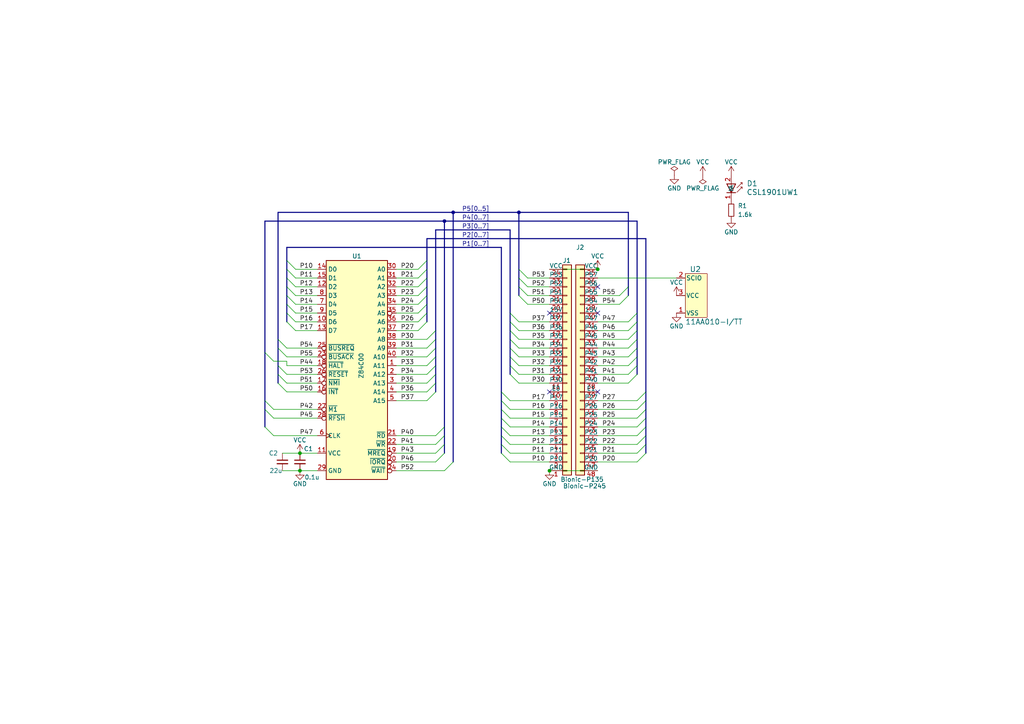
<source format=kicad_sch>
(kicad_sch (version 20230121) (generator eeschema)
  (paper "A4")
  (title_block (title "BionicZ80") (date "2024-05-25") (rev "2") (company "Tadashi G. Takaoka"))
  (lib_symbols
    (symbol "0-LocalLibrary:11AA010-I_TT" (pin_names (offset 0.254))
      (property "Reference" "U" (at 2.54 1.27 0))
      (property "Value" "11AA010-I/TT" (at 3.81 -13.97 0))
      (symbol "11AA010-I_TT_1_1"
        (rectangle (start 0 0) (end 6.35 -12.7) (fill (type background)))
        (pin power_in line (at -2.54 -11.43 0) (length 2.54) (name "VSS") (number "1"))
        (pin bidirectional line (at -2.54 -1.27 0) (length 2.54) (name "SCIO") (number "2"))
        (pin power_in line (at -2.54 -6.35 0) (length 2.54) (name "VCC") (number "3"))
      )
    )
    (symbol "0-LocalLibrary:Bionic-P135" (pin_names (offset 0))
      (property "Reference" "J" (at 0 30.48 0))
      (property "Value" "Bionic-P135" (at -1.27 -33.02 0))
      (symbol "Bionic-P135_1_1"
        (rectangle (start 0 -30.353) (end -1.27 -30.607) (stroke (width 0.1524)))
        (rectangle (start 0 -27.813) (end -1.27 -28.067) (stroke (width 0.1524)))
        (rectangle (start 0 -25.273) (end -1.27 -25.527) (stroke (width 0.1524)))
        (rectangle (start 0 -22.733) (end -1.27 -22.987) (stroke (width 0.1524)))
        (rectangle (start 0 -20.193) (end -1.27 -20.447) (stroke (width 0.1524)))
        (rectangle (start 0 -17.653) (end -1.27 -17.907) (stroke (width 0.1524)))
        (rectangle (start 0 -15.113) (end -1.27 -15.367) (stroke (width 0.1524)))
        (rectangle (start 0 -12.573) (end -1.27 -12.827) (stroke (width 0.1524)))
        (rectangle (start 0 -10.033) (end -1.27 -10.287) (stroke (width 0.1524)))
        (rectangle (start 0 -7.493) (end -1.27 -7.747) (stroke (width 0.1524)))
        (rectangle (start 0 -4.953) (end -1.27 -5.207) (stroke (width 0.1524)))
        (rectangle (start 0 -2.413) (end -1.27 -2.667) (stroke (width 0.1524)))
        (rectangle (start 0 0.127) (end -1.27 -0.127) (stroke (width 0.1524)))
        (rectangle (start 0 2.667) (end -1.27 2.413) (stroke (width 0.1524)))
        (rectangle (start 0 5.207) (end -1.27 4.953) (stroke (width 0.1524)))
        (rectangle (start 0 7.747) (end -1.27 7.493) (stroke (width 0.1524)))
        (rectangle (start 0 10.287) (end -1.27 10.033) (stroke (width 0.1524)))
        (rectangle (start 0 12.827) (end -1.27 12.573) (stroke (width 0.1524)))
        (rectangle (start 0 15.367) (end -1.27 15.113) (stroke (width 0.1524)))
        (rectangle (start 0 17.907) (end -1.27 17.653) (stroke (width 0.1524)))
        (rectangle (start 0 20.447) (end -1.27 20.193) (stroke (width 0.1524)))
        (rectangle (start 0 22.987) (end -1.27 22.733) (stroke (width 0.1524)))
        (rectangle (start 0 25.527) (end -1.27 25.273) (stroke (width 0.1524)))
        (rectangle (start 0 28.067) (end -1.27 27.813) (stroke (width 0.1524)))
        (rectangle (start 1.27 29.21) (end -1.27 -31.75) (stroke (width 0.254)) (fill (type background)))
        (pin power_in line (at -5.08 -30.48 0) (length 3.81) (name "GND") (number "1"))
        (pin bidirectional line (at -5.08 -7.62 0) (length 3.81) (name "E0") (number "10"))
        (pin bidirectional line (at -5.08 -5.08 0) (length 3.81) (name "P30") (number "11"))
        (pin bidirectional line (at -5.08 -2.54 0) (length 3.81) (name "P31") (number "12"))
        (pin bidirectional line (at -5.08 0 0) (length 3.81) (name "P32") (number "13"))
        (pin bidirectional line (at -5.08 2.54 0) (length 3.81) (name "P33") (number "14"))
        (pin bidirectional line (at -5.08 5.08 0) (length 3.81) (name "P34") (number "15"))
        (pin bidirectional line (at -5.08 7.62 0) (length 3.81) (name "P35") (number "16"))
        (pin bidirectional line (at -5.08 10.16 0) (length 3.81) (name "P36") (number "17"))
        (pin bidirectional line (at -5.08 12.7 0) (length 3.81) (name "P37") (number "18"))
        (pin power_in line (at -5.08 15.24 0) (length 3.81) (name "15V") (number "19"))
        (pin bidirectional line (at -5.08 -27.94 0) (length 3.81) (name "P10") (number "2"))
        (pin bidirectional line (at -5.08 17.78 0) (length 3.81) (name "P50") (number "20"))
        (pin bidirectional line (at -5.08 20.32 0) (length 3.81) (name "P51") (number "21"))
        (pin bidirectional line (at -5.08 22.86 0) (length 3.81) (name "P52") (number "22"))
        (pin bidirectional line (at -5.08 25.4 0) (length 3.81) (name "P53") (number "23"))
        (pin power_in line (at -5.08 27.94 0) (length 3.81) (name "VCC") (number "24"))
        (pin bidirectional line (at -5.08 -25.4 0) (length 3.81) (name "P11") (number "3"))
        (pin bidirectional line (at -5.08 -22.86 0) (length 3.81) (name "P12") (number "4"))
        (pin bidirectional line (at -5.08 -20.32 0) (length 3.81) (name "P13") (number "5"))
        (pin bidirectional line (at -5.08 -17.78 0) (length 3.81) (name "P14") (number "6"))
        (pin bidirectional line (at -5.08 -15.24 0) (length 3.81) (name "P15") (number "7"))
        (pin bidirectional line (at -5.08 -12.7 0) (length 3.81) (name "P16") (number "8"))
        (pin bidirectional line (at -5.08 -10.16 0) (length 3.81) (name "P17") (number "9"))
      )
    )
    (symbol "0-LocalLibrary:Bionic-P245" (pin_names (offset 0))
      (property "Reference" "J" (at -3.81 30.48 0))
      (property "Value" "Bionic-P245" (at -1.27 -33.02 0))
      (symbol "Bionic-P245_1_1"
        (rectangle (start -2.54 -30.607) (end -3.81 -30.353) (stroke (width 0.1524)))
        (rectangle (start -2.54 -28.067) (end -3.81 -27.813) (stroke (width 0.1524)))
        (rectangle (start -2.54 -25.527) (end -3.81 -25.273) (stroke (width 0.1524)))
        (rectangle (start -2.54 -22.987) (end -3.81 -22.733) (stroke (width 0.1524)))
        (rectangle (start -2.54 -20.447) (end -3.81 -20.193) (stroke (width 0.1524)))
        (rectangle (start -2.54 -17.907) (end -3.81 -17.653) (stroke (width 0.1524)))
        (rectangle (start -2.54 -15.367) (end -3.81 -15.113) (stroke (width 0.1524)))
        (rectangle (start -2.54 -12.827) (end -3.81 -12.573) (stroke (width 0.1524)))
        (rectangle (start -2.54 -10.287) (end -3.81 -10.033) (stroke (width 0.1524)))
        (rectangle (start -2.54 -7.747) (end -3.81 -7.493) (stroke (width 0.1524)))
        (rectangle (start -2.54 -5.207) (end -3.81 -4.953) (stroke (width 0.1524)))
        (rectangle (start -2.54 -2.667) (end -3.81 -2.413) (stroke (width 0.1524)))
        (rectangle (start -2.54 -0.127) (end -3.81 0.127) (stroke (width 0.1524)))
        (rectangle (start -2.54 2.413) (end -3.81 2.667) (stroke (width 0.1524)))
        (rectangle (start -2.54 4.953) (end -3.81 5.207) (stroke (width 0.1524)))
        (rectangle (start -2.54 7.493) (end -3.81 7.747) (stroke (width 0.1524)))
        (rectangle (start -2.54 10.033) (end -3.81 10.287) (stroke (width 0.1524)))
        (rectangle (start -2.54 12.573) (end -3.81 12.827) (stroke (width 0.1524)))
        (rectangle (start -2.54 15.113) (end -3.81 15.367) (stroke (width 0.1524)))
        (rectangle (start -2.54 17.653) (end -3.81 17.907) (stroke (width 0.1524)))
        (rectangle (start -2.54 20.193) (end -3.81 20.447) (stroke (width 0.1524)))
        (rectangle (start -2.54 22.733) (end -3.81 22.987) (stroke (width 0.1524)))
        (rectangle (start -2.54 25.273) (end -3.81 25.527) (stroke (width 0.1524)))
        (rectangle (start -2.54 27.813) (end -3.81 28.067) (stroke (width 0.1524)))
        (rectangle (start -2.54 29.21) (end -5.08 -31.75) (stroke (width 0.254)) (fill (type background)))
        (pin power_in line (at 1.27 27.94 180) (length 3.81) (name "VCC") (number "25"))
        (pin bidirectional line (at 1.27 25.4 180) (length 3.81) (name "P57") (number "26"))
        (pin bidirectional line (at 1.27 22.86 180) (length 3.81) (name "P56") (number "27"))
        (pin bidirectional line (at 1.27 20.32 180) (length 3.81) (name "P55") (number "28"))
        (pin bidirectional line (at 1.27 17.78 180) (length 3.81) (name "P54") (number "29"))
        (pin power_in line (at 1.27 15.24 180) (length 3.81) (name "15V") (number "30"))
        (pin bidirectional line (at 1.27 12.7 180) (length 3.81) (name "P47") (number "31"))
        (pin bidirectional line (at 1.27 10.16 180) (length 3.81) (name "P46") (number "32"))
        (pin bidirectional line (at 1.27 7.62 180) (length 3.81) (name "P45") (number "33"))
        (pin bidirectional line (at 1.27 5.08 180) (length 3.81) (name "P44") (number "34"))
        (pin bidirectional line (at 1.27 2.54 180) (length 3.81) (name "P43") (number "35"))
        (pin bidirectional line (at 1.27 0 180) (length 3.81) (name "P42") (number "36"))
        (pin bidirectional line (at 1.27 -2.54 180) (length 3.81) (name "P41") (number "37"))
        (pin bidirectional line (at 1.27 -5.08 180) (length 3.81) (name "P40") (number "38"))
        (pin bidirectional line (at 1.27 -7.62 180) (length 3.81) (name "E1") (number "39"))
        (pin bidirectional line (at 1.27 -10.16 180) (length 3.81) (name "P27") (number "40"))
        (pin bidirectional line (at 1.27 -12.7 180) (length 3.81) (name "P26") (number "41"))
        (pin bidirectional line (at 1.27 -15.24 180) (length 3.81) (name "P25") (number "42"))
        (pin bidirectional line (at 1.27 -17.78 180) (length 3.81) (name "P24") (number "43"))
        (pin bidirectional line (at 1.27 -20.32 180) (length 3.81) (name "P23") (number "44"))
        (pin bidirectional line (at 1.27 -22.86 180) (length 3.81) (name "P22") (number "45"))
        (pin bidirectional line (at 1.27 -25.4 180) (length 3.81) (name "P21") (number "46"))
        (pin bidirectional line (at 1.27 -27.94 180) (length 3.81) (name "P20") (number "47"))
        (pin power_in line (at 1.27 -30.48 180) (length 3.81) (name "GND") (number "48"))
      )
    )
    (symbol "0-LocalLibrary:CSL1901UW1" (pin_names (offset 0.254))
      (property "Reference" "D" (at 3.81 -2.54 0))
      (property "Value" "CSL1901UW1" (at 3.81 -5.08 0))
      (symbol "CSL1901UW1_0_1"
        (polyline (pts (xy 2.159 3.175) (xy 2.667 3.175)))
        (polyline (pts (xy 2.54 0) (xy 5.08 0)))
        (polyline (pts (xy 5.08 1.27) (xy 5.08 -1.27)) (stroke (width 0.254)))
        (polyline (pts (xy 3.683 1.651) (xy 2.159 3.175) (xy 2.159 2.667)))
        (polyline (pts (xy 2.54 -1.27) (xy 5.08 0) (xy 2.54 1.27) (xy 2.54 -1.27)) (stroke (width 0.254)))
        (polyline (pts (xy 4.953 1.651) (xy 3.429 3.175) (xy 3.429 2.667) (xy 3.429 3.175) (xy 3.937 3.175)))
      )
      (symbol "CSL1901UW1_1_1"
        (pin passive line (at 7.62 0 180) (length 2.54) (name "K") (number "1"))
        (pin passive line (at 0 0 0) (length 2.54) (name "A") (number "2"))
      )
      (symbol "CSL1901UW1_1_2"
        (polyline (pts (xy -5.08 7.62) (xy -4.445 8.255)) (stroke (width 0.2032)))
        (polyline (pts (xy -5.08 8.255) (xy -5.08 7.62)) (stroke (width 0.2032)))
        (polyline (pts (xy -4.445 6.35) (xy -3.81 6.985)) (stroke (width 0.2032)))
        (polyline (pts (xy -4.445 8.255) (xy -5.08 8.255)) (stroke (width 0.2032)))
        (polyline (pts (xy -4.445 9.525) (xy -3.81 10.16)) (stroke (width 0.2032)))
        (polyline (pts (xy -4.445 10.16) (xy -4.445 9.525)) (stroke (width 0.2032)))
        (polyline (pts (xy -3.81 6.985) (xy -5.08 8.255)) (stroke (width 0.2032)))
        (polyline (pts (xy -3.81 8.255) (xy -3.175 8.89)) (stroke (width 0.2032)))
        (polyline (pts (xy -3.81 10.16) (xy -4.445 10.16)) (stroke (width 0.2032)))
        (polyline (pts (xy -3.175 5.08) (xy -4.445 6.35)) (stroke (width 0.2032)))
        (polyline (pts (xy -3.175 8.89) (xy -4.445 10.16)) (stroke (width 0.2032)))
        (polyline (pts (xy -2.54 6.985) (xy -3.81 8.255)) (stroke (width 0.2032)))
        (polyline (pts (xy -1.905 3.81) (xy 1.905 3.81)) (stroke (width 0.2032)))
        (polyline (pts (xy 0 2.54) (xy 0 3.4798)) (stroke (width 0.2032)))
        (polyline (pts (xy 0 3.175) (xy 0 3.81)) (stroke (width 0.2032)))
        (polyline (pts (xy 0 6.35) (xy -1.905 3.81)) (stroke (width 0.2032)))
        (polyline (pts (xy 0 6.35) (xy 0 7.62)) (stroke (width 0.2032)))
        (polyline (pts (xy 1.905 3.81) (xy 0 6.35)) (stroke (width 0.2032)))
        (polyline (pts (xy 1.905 6.35) (xy -1.905 6.35)) (stroke (width 0.2032)))
        (pin unspecified line (at 0 10.16 270) (length 2.54) (name "") (number "1"))
        (pin unspecified line (at 0 0 90) (length 2.54) (name "") (number "2"))
      )
    )
    (symbol "0-LocalLibrary:Z84C00"
      (property "Reference" "U" (at -1.27 31.75 0))
      (property "Value" "Z84C00" (at 0 -3.81 90))
      (symbol "Z84C00_0_1"
        (rectangle (start -8.89 -33.02) (end 8.89 30.48) (stroke (width 0.254)) (fill (type background)))
      )
      (symbol "Z84C00_1_1"
        (pin output line (at 11.43 0 180) (length 2.54) (name "A11") (number "1"))
        (pin bidirectional line (at -11.43 12.7 0) (length 2.54) (name "D6") (number "10"))
        (pin power_in line (at -11.43 -25.4 0) (length 2.54) (name "VCC") (number "11"))
        (pin bidirectional line (at -11.43 22.86 0) (length 2.54) (name "D2") (number "12"))
        (pin bidirectional line (at -11.43 10.16 0) (length 2.54) (name "D7") (number "13"))
        (pin bidirectional line (at -11.43 27.94 0) (length 2.54) (name "D0") (number "14"))
        (pin bidirectional line (at -11.43 25.4 0) (length 2.54) (name "D1") (number "15"))
        (pin input inverted (at -11.43 -7.62 0) (length 2.54) (name "~{INT}") (number "16"))
        (pin input inverted (at -11.43 -5.08 0) (length 2.54) (name "~{NMI}") (number "17"))
        (pin output inverted (at -11.43 0 0) (length 2.54) (name "~{HALT}") (number "18"))
        (pin output inverted (at 11.43 -25.4 180) (length 2.54) (name "~{MREQ}") (number "19"))
        (pin output line (at 11.43 -2.54 180) (length 2.54) (name "A12") (number "2"))
        (pin output inverted (at 11.43 -27.94 180) (length 2.54) (name "~{IORQ}") (number "20"))
        (pin output line (at 11.43 -20.32 180) (length 2.54) (name "~{RD}") (number "21"))
        (pin output line (at 11.43 -22.86 180) (length 2.54) (name "~{WR}") (number "22"))
        (pin output inverted (at -11.43 2.54 0) (length 2.54) (name "~{BUSACK}") (number "23"))
        (pin input inverted (at 11.43 -30.48 180) (length 2.54) (name "~{WAIT}") (number "24"))
        (pin input inverted (at -11.43 5.08 0) (length 2.54) (name "~{BUSREQ}") (number "25"))
        (pin input inverted (at -11.43 -2.54 0) (length 2.54) (name "~{RESET}") (number "26"))
        (pin output inverted (at -11.43 -12.7 0) (length 2.54) (name "~{M1}") (number "27"))
        (pin output inverted (at -11.43 -15.24 0) (length 2.54) (name "~{RFSH}") (number "28"))
        (pin power_in line (at -11.43 -30.48 0) (length 2.54) (name "GND") (number "29"))
        (pin output line (at 11.43 -5.08 180) (length 2.54) (name "A13") (number "3"))
        (pin output line (at 11.43 27.94 180) (length 2.54) (name "A0") (number "30"))
        (pin output line (at 11.43 25.4 180) (length 2.54) (name "A1") (number "31"))
        (pin output line (at 11.43 22.86 180) (length 2.54) (name "A2") (number "32"))
        (pin output line (at 11.43 20.32 180) (length 2.54) (name "A3") (number "33"))
        (pin output line (at 11.43 17.78 180) (length 2.54) (name "A4") (number "34"))
        (pin output inverted (at 11.43 15.24 180) (length 2.54) (name "A5") (number "35"))
        (pin output line (at 11.43 12.7 180) (length 2.54) (name "A6") (number "36"))
        (pin output line (at 11.43 10.16 180) (length 2.54) (name "A7") (number "37"))
        (pin output line (at 11.43 7.62 180) (length 2.54) (name "A8") (number "38"))
        (pin output line (at 11.43 5.08 180) (length 2.54) (name "A9") (number "39"))
        (pin output line (at 11.43 -7.62 180) (length 2.54) (name "A14") (number "4"))
        (pin output line (at 11.43 2.54 180) (length 2.54) (name "A10") (number "40"))
        (pin output line (at 11.43 -10.16 180) (length 2.54) (name "A15") (number "5"))
        (pin input clock (at -11.43 -20.32 0) (length 2.54) (name "CLK") (number "6"))
        (pin bidirectional line (at -11.43 17.78 0) (length 2.54) (name "D4") (number "7"))
        (pin bidirectional line (at -11.43 20.32 0) (length 2.54) (name "D3") (number "8"))
        (pin bidirectional line (at -11.43 15.24 0) (length 2.54) (name "D5") (number "9"))
      )
    )
    (symbol "Device:C_Small" (pin_numbers hide) (pin_names (offset 0.254) hide)
      (property "Reference" "C" (at 0.254 1.778 0))
      (property "Value" "C_Small" (at 0.254 -2.032 0))
      (symbol "C_Small_0_1"
        (polyline (pts (xy -1.524 -0.508) (xy 1.524 -0.508)) (stroke (width 0.3302)))
        (polyline (pts (xy -1.524 0.508) (xy 1.524 0.508)) (stroke (width 0.3048)))
      )
      (symbol "C_Small_1_1"
        (pin passive line (at 0 2.54 270) (length 2.032) (name "~") (number "1"))
        (pin passive line (at 0 -2.54 90) (length 2.032) (name "~") (number "2"))
      )
    )
    (symbol "Device:R_Small" (pin_numbers hide) (pin_names (offset 0.254) hide)
      (property "Reference" "R" (at 0.762 0.508 0))
      (property "Value" "R_Small" (at 0.762 -1.016 0))
      (symbol "R_Small_0_1"
        (rectangle (start -0.762 1.778) (end 0.762 -1.778) (stroke (width 0.2032)))
      )
      (symbol "R_Small_1_1"
        (pin passive line (at 0 2.54 270) (length 0.762) (name "~") (number "1"))
        (pin passive line (at 0 -2.54 90) (length 0.762) (name "~") (number "2"))
      )
    )
    (symbol "power:GND" (power) (pin_names (offset 0))
      (property "Value" "GND" (at 0 -3.81 0))
      (symbol "GND_0_1"
        (polyline (pts (xy 0 0) (xy 0 -1.27) (xy 1.27 -1.27) (xy 0 -2.54) (xy -1.27 -1.27) (xy 0 -1.27)))
      )
      (symbol "GND_1_1"
        (pin power_in line (at 0 0 270) (length 0) hide (name "GND") (number "1"))
      )
    )
    (symbol "power:PWR_FLAG" (power) (pin_numbers hide) (pin_names (offset 0) hide)
      (property "Value" "PWR_FLAG" (at 0 3.81 0))
      (symbol "PWR_FLAG_0_0"
        (pin power_out line (at 0 0 90) (length 0) (name "pwr") (number "1"))
      )
      (symbol "PWR_FLAG_0_1"
        (polyline (pts (xy 0 0) (xy 0 1.27) (xy -1.016 1.905) (xy 0 2.54) (xy 1.016 1.905) (xy 0 1.27)))
      )
    )
    (symbol "power:VCC" (power) (pin_names (offset 0))
      (property "Value" "VCC" (at 0 3.81 0))
      (symbol "VCC_0_1"
        (polyline (pts (xy -0.762 1.27) (xy 0 2.54)))
        (polyline (pts (xy 0 0) (xy 0 2.54)))
        (polyline (pts (xy 0 2.54) (xy 0.762 1.27)))
      )
      (symbol "VCC_1_1"
        (pin power_in line (at 0 0 90) (length 0) hide (name "VCC") (number "1"))
      )
    )
  )
  (junction (at 150.495 61.595))
  (junction (at 86.995 131.445))
  (junction (at 159.385 136.525))
  (junction (at 86.995 136.525))
  (junction (at 173.355 78.105))
  (junction (at 131.445 61.595))
  (junction (at 128.905 64.135))
  (no_connect (at 159.385 90.805))
  (no_connect (at 173.355 90.805))
  (no_connect (at 173.355 113.665))
  (no_connect (at 173.355 83.185))
  (no_connect (at 159.385 113.665))
  (bus_entry (at 182.245 95.885) (size 2.54 -2.54))
  (bus_entry (at 187.325 131.445) (size -2.54 2.54))
  (bus_entry (at 126.365 111.125) (size -2.54 2.54))
  (bus_entry (at 147.955 108.585) (size 2.54 2.54))
  (bus_entry (at 123.825 103.505) (size 2.54 -2.54))
  (bus_entry (at 83.185 113.665) (size -2.54 -2.54))
  (bus_entry (at 147.955 126.365) (size -2.54 -2.54))
  (bus_entry (at 126.365 113.665) (size -2.54 2.54))
  (bus_entry (at 187.325 116.205) (size -2.54 2.54))
  (bus_entry (at 123.825 100.965) (size 2.54 -2.54))
  (bus_entry (at 80.645 100.965) (size 2.54 2.54))
  (bus_entry (at 123.825 83.185) (size -2.54 2.54))
  (bus_entry (at 128.905 128.905) (size -2.54 2.54))
  (bus_entry (at 150.495 80.645) (size 2.54 2.54))
  (bus_entry (at 182.245 93.345) (size 2.54 -2.54))
  (bus_entry (at 85.725 78.105) (size -2.54 -2.54))
  (bus_entry (at 179.705 88.265) (size 2.54 -2.54))
  (bus_entry (at 79.375 118.745) (size -2.54 -2.54))
  (bus_entry (at 187.325 123.825) (size -2.54 2.54))
  (bus_entry (at 147.955 131.445) (size -2.54 -2.54))
  (bus_entry (at 187.325 118.745) (size -2.54 2.54))
  (bus_entry (at 182.245 108.585) (size 2.54 -2.54))
  (bus_entry (at 85.725 90.805) (size -2.54 -2.54))
  (bus_entry (at 147.955 133.985) (size -2.54 -2.54))
  (bus_entry (at 147.955 116.205) (size -2.54 -2.54))
  (bus_entry (at 147.955 106.045) (size 2.54 2.54))
  (bus_entry (at 79.375 121.285) (size -2.54 -2.54))
  (bus_entry (at 123.825 106.045) (size 2.54 -2.54))
  (bus_entry (at 79.375 126.365) (size -2.54 -2.54))
  (bus_entry (at 123.825 90.805) (size -2.54 2.54))
  (bus_entry (at 131.445 133.985) (size -2.54 2.54))
  (bus_entry (at 123.825 93.345) (size -2.54 2.54))
  (bus_entry (at 85.725 83.185) (size -2.54 -2.54))
  (bus_entry (at 147.955 121.285) (size -2.54 -2.54))
  (bus_entry (at 123.825 88.265) (size -2.54 2.54))
  (bus_entry (at 147.955 103.505) (size 2.54 2.54))
  (bus_entry (at 147.955 95.885) (size 2.54 2.54))
  (bus_entry (at 182.245 100.965) (size 2.54 -2.54))
  (bus_entry (at 150.495 83.185) (size 2.54 2.54))
  (bus_entry (at 187.325 128.905) (size -2.54 2.54))
  (bus_entry (at 187.325 121.285) (size -2.54 2.54))
  (bus_entry (at 147.955 93.345) (size 2.54 2.54))
  (bus_entry (at 123.825 75.565) (size -2.54 2.54))
  (bus_entry (at 85.725 93.345) (size -2.54 -2.54))
  (bus_entry (at 182.245 98.425) (size 2.54 -2.54))
  (bus_entry (at 147.955 90.805) (size 2.54 2.54))
  (bus_entry (at 147.955 123.825) (size -2.54 -2.54))
  (bus_entry (at 83.185 111.125) (size -2.54 -2.54))
  (bus_entry (at 184.785 116.205) (size 2.54 -2.54))
  (bus_entry (at 85.725 80.645) (size -2.54 -2.54))
  (bus_entry (at 85.725 95.885) (size -2.54 -2.54))
  (bus_entry (at 123.825 80.645) (size -2.54 2.54))
  (bus_entry (at 150.495 78.105) (size 2.54 2.54))
  (bus_entry (at 80.645 98.425) (size 2.54 2.54))
  (bus_entry (at 126.365 108.585) (size -2.54 2.54))
  (bus_entry (at 123.825 78.105) (size -2.54 2.54))
  (bus_entry (at 83.185 108.585) (size -2.54 -2.54))
  (bus_entry (at 150.495 85.725) (size 2.54 2.54))
  (bus_entry (at 128.905 126.365) (size -2.54 2.54))
  (bus_entry (at 128.905 131.445) (size -2.54 2.54))
  (bus_entry (at 123.825 85.725) (size -2.54 2.54))
  (bus_entry (at 182.245 106.045) (size 2.54 -2.54))
  (bus_entry (at 187.325 126.365) (size -2.54 2.54))
  (bus_entry (at 147.955 128.905) (size -2.54 -2.54))
  (bus_entry (at 79.375 104.775) (size -2.54 -2.54))
  (bus_entry (at 126.365 106.045) (size -2.54 2.54))
  (bus_entry (at 147.955 98.425) (size 2.54 2.54))
  (bus_entry (at 85.725 88.265) (size -2.54 -2.54))
  (bus_entry (at 147.955 118.745) (size -2.54 -2.54))
  (bus_entry (at 179.705 85.725) (size 2.54 -2.54))
  (bus_entry (at 123.825 98.425) (size 2.54 -2.54))
  (bus_entry (at 147.955 100.965) (size 2.54 2.54))
  (bus_entry (at 128.905 123.825) (size -2.54 2.54))
  (bus_entry (at 182.245 103.505) (size 2.54 -2.54))
  (bus_entry (at 182.245 111.125) (size 2.54 -2.54))
  (bus_entry (at 85.725 85.725) (size -2.54 -2.54))
  (wire (pts (xy 150.495 103.505) (xy 159.385 103.505)))
  (wire (pts (xy 85.725 85.725) (xy 92.075 85.725)))
  (wire (pts (xy 150.495 108.585) (xy 159.385 108.585)))
  (wire (pts (xy 114.935 83.185) (xy 121.285 83.185)))
  (wire (pts (xy 147.955 121.285) (xy 159.385 121.285)))
  (wire (pts (xy 114.935 106.045) (xy 123.825 106.045)))
  (wire (pts (xy 153.035 88.265) (xy 159.385 88.265)))
  (bus (pts (xy 187.325 128.905) (xy 187.325 131.445)))
  (bus (pts (xy 147.955 100.965) (xy 147.955 103.505)))
  (bus (pts (xy 187.325 116.205) (xy 187.325 118.745)))
  (bus (pts (xy 145.415 126.365) (xy 145.415 128.905)))
  (wire (pts (xy 83.185 106.045) (xy 83.185 104.775)))
  (bus (pts (xy 128.905 126.365) (xy 128.905 123.825)))
  (bus (pts (xy 123.825 69.215) (xy 187.325 69.215)))
  (bus (pts (xy 182.245 83.185) (xy 182.245 61.595)))
  (wire (pts (xy 85.725 95.885) (xy 92.075 95.885)))
  (bus (pts (xy 187.325 118.745) (xy 187.325 121.285)))
  (bus (pts (xy 76.835 118.745) (xy 76.835 123.825)))
  (bus (pts (xy 182.245 85.725) (xy 182.245 83.185)))
  (wire (pts (xy 173.355 108.585) (xy 182.245 108.585)))
  (bus (pts (xy 187.325 126.365) (xy 187.325 128.905)))
  (wire (pts (xy 147.955 116.205) (xy 159.385 116.205)))
  (wire (pts (xy 173.355 93.345) (xy 182.245 93.345)))
  (bus (pts (xy 145.415 121.285) (xy 145.415 123.825)))
  (bus (pts (xy 187.325 121.285) (xy 187.325 123.825)))
  (wire (pts (xy 173.355 133.985) (xy 184.785 133.985)))
  (wire (pts (xy 114.935 80.645) (xy 121.285 80.645)))
  (bus (pts (xy 83.185 71.755) (xy 145.415 71.755)))
  (wire (pts (xy 79.375 118.745) (xy 92.075 118.745)))
  (wire (pts (xy 86.995 136.525) (xy 92.075 136.525)))
  (wire (pts (xy 114.935 116.205) (xy 123.825 116.205)))
  (bus (pts (xy 76.835 118.745) (xy 76.835 116.205)))
  (bus (pts (xy 184.785 103.505) (xy 184.785 100.965)))
  (wire (pts (xy 81.915 131.445) (xy 86.995 131.445)))
  (wire (pts (xy 114.935 133.985) (xy 126.365 133.985)))
  (bus (pts (xy 76.835 102.235) (xy 76.835 64.135)))
  (bus (pts (xy 150.495 83.185) (xy 150.495 85.725)))
  (wire (pts (xy 150.495 98.425) (xy 159.385 98.425)))
  (bus (pts (xy 184.785 93.345) (xy 184.785 90.805)))
  (bus (pts (xy 123.825 85.725) (xy 123.825 88.265)))
  (wire (pts (xy 150.495 111.125) (xy 159.385 111.125)))
  (wire (pts (xy 79.375 121.285) (xy 92.075 121.285)))
  (wire (pts (xy 114.935 111.125) (xy 123.825 111.125)))
  (wire (pts (xy 83.185 108.585) (xy 92.075 108.585)))
  (bus (pts (xy 145.415 128.905) (xy 145.415 131.445)))
  (bus (pts (xy 184.785 98.425) (xy 184.785 95.885)))
  (wire (pts (xy 83.185 100.965) (xy 92.075 100.965)))
  (bus (pts (xy 128.905 128.905) (xy 128.905 131.445)))
  (bus (pts (xy 126.365 95.885) (xy 126.365 66.675)))
  (bus (pts (xy 80.645 108.585) (xy 80.645 106.045)))
  (wire (pts (xy 83.185 113.665) (xy 92.075 113.665)))
  (wire (pts (xy 114.935 108.585) (xy 123.825 108.585)))
  (wire (pts (xy 85.725 83.185) (xy 92.075 83.185)))
  (bus (pts (xy 83.185 80.645) (xy 83.185 83.185)))
  (wire (pts (xy 79.375 126.365) (xy 92.075 126.365)))
  (wire (pts (xy 173.355 95.885) (xy 182.245 95.885)))
  (bus (pts (xy 147.955 66.675) (xy 147.955 90.805)))
  (wire (pts (xy 173.355 98.425) (xy 182.245 98.425)))
  (bus (pts (xy 76.835 64.135) (xy 128.905 64.135)))
  (wire (pts (xy 114.935 95.885) (xy 121.285 95.885)))
  (bus (pts (xy 123.825 90.805) (xy 123.825 93.345)))
  (wire (pts (xy 147.955 118.745) (xy 159.385 118.745)))
  (wire (pts (xy 173.355 128.905) (xy 184.785 128.905)))
  (bus (pts (xy 83.185 90.805) (xy 83.185 93.345)))
  (bus (pts (xy 187.325 123.825) (xy 187.325 126.365)))
  (bus (pts (xy 150.495 61.595) (xy 150.495 78.105)))
  (bus (pts (xy 126.365 100.965) (xy 126.365 103.505)))
  (wire (pts (xy 114.935 131.445) (xy 126.365 131.445)))
  (bus (pts (xy 80.645 100.965) (xy 80.645 106.045)))
  (wire (pts (xy 85.725 93.345) (xy 92.075 93.345)))
  (wire (pts (xy 147.955 133.985) (xy 159.385 133.985)))
  (bus (pts (xy 145.415 118.745) (xy 145.415 121.285)))
  (wire (pts (xy 173.355 80.645) (xy 196.215 80.645)))
  (wire (pts (xy 114.935 90.805) (xy 121.285 90.805)))
  (wire (pts (xy 114.935 126.365) (xy 126.365 126.365)))
  (bus (pts (xy 147.955 106.045) (xy 147.955 108.585)))
  (bus (pts (xy 184.785 106.045) (xy 184.785 103.505)))
  (bus (pts (xy 80.645 111.125) (xy 80.645 108.585)))
  (bus (pts (xy 182.245 61.595) (xy 150.495 61.595)))
  (wire (pts (xy 153.035 83.185) (xy 159.385 83.185)))
  (wire (pts (xy 150.495 106.045) (xy 159.385 106.045)))
  (bus (pts (xy 145.415 71.755) (xy 145.415 113.665)))
  (wire (pts (xy 150.495 93.345) (xy 159.385 93.345)))
  (wire (pts (xy 85.725 80.645) (xy 92.075 80.645)))
  (bus (pts (xy 83.185 83.185) (xy 83.185 85.725)))
  (bus (pts (xy 83.185 75.565) (xy 83.185 71.755)))
  (wire (pts (xy 114.935 98.425) (xy 123.825 98.425)))
  (wire (pts (xy 173.355 126.365) (xy 184.785 126.365)))
  (bus (pts (xy 147.955 95.885) (xy 147.955 98.425)))
  (bus (pts (xy 187.325 113.665) (xy 187.325 116.205)))
  (wire (pts (xy 153.035 80.645) (xy 159.385 80.645)))
  (wire (pts (xy 114.935 103.505) (xy 123.825 103.505)))
  (bus (pts (xy 145.415 116.205) (xy 145.415 118.745)))
  (bus (pts (xy 126.365 111.125) (xy 126.365 113.665)))
  (bus (pts (xy 184.785 108.585) (xy 184.785 106.045)))
  (wire (pts (xy 147.955 126.365) (xy 159.385 126.365)))
  (wire (pts (xy 173.355 116.205) (xy 184.785 116.205)))
  (wire (pts (xy 92.075 106.045) (xy 83.185 106.045)))
  (bus (pts (xy 83.185 78.105) (xy 83.185 80.645)))
  (wire (pts (xy 173.355 131.445) (xy 184.785 131.445)))
  (bus (pts (xy 126.365 66.675) (xy 147.955 66.675)))
  (wire (pts (xy 83.185 103.505) (xy 92.075 103.505)))
  (bus (pts (xy 145.415 113.665) (xy 145.415 116.205)))
  (bus (pts (xy 123.825 75.565) (xy 123.825 78.105)))
  (bus (pts (xy 131.445 61.595) (xy 80.645 61.595)))
  (bus (pts (xy 147.955 98.425) (xy 147.955 100.965)))
  (wire (pts (xy 173.355 85.725) (xy 179.705 85.725)))
  (bus (pts (xy 123.825 75.565) (xy 123.825 69.215)))
  (bus (pts (xy 123.825 78.105) (xy 123.825 80.645)))
  (bus (pts (xy 150.495 61.595) (xy 131.445 61.595)))
  (wire (pts (xy 173.355 106.045) (xy 182.245 106.045)))
  (bus (pts (xy 187.325 69.215) (xy 187.325 113.665)))
  (bus (pts (xy 147.955 90.805) (xy 147.955 93.345)))
  (wire (pts (xy 114.935 100.965) (xy 123.825 100.965)))
  (wire (pts (xy 114.935 136.525) (xy 128.905 136.525)))
  (bus (pts (xy 184.785 100.965) (xy 184.785 98.425)))
  (wire (pts (xy 114.935 85.725) (xy 121.285 85.725)))
  (bus (pts (xy 147.955 103.505) (xy 147.955 106.045)))
  (wire (pts (xy 114.935 78.105) (xy 121.285 78.105)))
  (bus (pts (xy 184.785 95.885) (xy 184.785 93.345)))
  (bus (pts (xy 126.365 103.505) (xy 126.365 106.045)))
  (wire (pts (xy 85.725 90.805) (xy 92.075 90.805)))
  (bus (pts (xy 126.365 106.045) (xy 126.365 108.585)))
  (wire (pts (xy 114.935 113.665) (xy 123.825 113.665)))
  (wire (pts (xy 81.915 136.525) (xy 86.995 136.525)))
  (bus (pts (xy 83.185 88.265) (xy 83.185 90.805)))
  (wire (pts (xy 173.355 88.265) (xy 179.705 88.265)))
  (wire (pts (xy 173.355 123.825) (xy 184.785 123.825)))
  (wire (pts (xy 85.725 78.105) (xy 92.075 78.105)))
  (wire (pts (xy 114.935 93.345) (xy 121.285 93.345)))
  (bus (pts (xy 184.785 64.135) (xy 184.785 90.805)))
  (wire (pts (xy 114.935 128.905) (xy 126.365 128.905)))
  (bus (pts (xy 123.825 83.185) (xy 123.825 85.725)))
  (wire (pts (xy 173.355 111.125) (xy 182.245 111.125)))
  (bus (pts (xy 80.645 61.595) (xy 80.645 98.425)))
  (bus (pts (xy 83.185 75.565) (xy 83.185 78.105)))
  (bus (pts (xy 123.825 88.265) (xy 123.825 90.805)))
  (wire (pts (xy 150.495 100.965) (xy 159.385 100.965)))
  (wire (pts (xy 114.935 88.265) (xy 121.285 88.265)))
  (wire (pts (xy 79.375 104.775) (xy 83.185 104.775)))
  (wire (pts (xy 83.185 111.125) (xy 92.075 111.125)))
  (wire (pts (xy 147.955 123.825) (xy 159.385 123.825)))
  (bus (pts (xy 147.955 93.345) (xy 147.955 95.885)))
  (bus (pts (xy 128.905 126.365) (xy 128.905 128.905)))
  (bus (pts (xy 80.645 98.425) (xy 80.645 100.965)))
  (wire (pts (xy 173.355 100.965) (xy 182.245 100.965)))
  (bus (pts (xy 128.905 64.135) (xy 128.905 123.825)))
  (wire (pts (xy 147.955 128.905) (xy 159.385 128.905)))
  (bus (pts (xy 76.835 102.235) (xy 76.835 116.205)))
  (bus (pts (xy 126.365 108.585) (xy 126.365 111.125)))
  (wire (pts (xy 159.385 78.105) (xy 173.355 78.105)))
  (bus (pts (xy 131.445 61.595) (xy 131.445 133.985)))
  (wire (pts (xy 85.725 88.265) (xy 92.075 88.265)))
  (wire (pts (xy 159.385 136.525) (xy 173.355 136.525)))
  (bus (pts (xy 126.365 95.885) (xy 126.365 98.425)))
  (wire (pts (xy 150.495 95.885) (xy 159.385 95.885)))
  (bus (pts (xy 83.185 85.725) (xy 83.185 88.265)))
  (wire (pts (xy 173.355 118.745) (xy 184.785 118.745)))
  (bus (pts (xy 150.495 80.645) (xy 150.495 83.185)))
  (bus (pts (xy 126.365 98.425) (xy 126.365 100.965)))
  (wire (pts (xy 147.955 131.445) (xy 159.385 131.445)))
  (bus (pts (xy 123.825 80.645) (xy 123.825 83.185)))
  (wire (pts (xy 153.035 85.725) (xy 159.385 85.725)))
  (bus (pts (xy 128.905 64.135) (xy 184.785 64.135)))
  (wire (pts (xy 86.995 131.445) (xy 92.075 131.445)))
  (bus (pts (xy 150.495 78.105) (xy 150.495 80.645)))
  (wire (pts (xy 173.355 103.505) (xy 182.245 103.505)))
  (wire (pts (xy 173.355 121.285) (xy 184.785 121.285)))
  (bus (pts (xy 145.415 123.825) (xy 145.415 126.365)))
  (label "P45" (at 174.625 98.425 0))
  (label "P31" (at 116.205 100.965 0))
  (label "P27" (at 116.205 95.885 0))
  (label "P54" (at 174.625 88.265 0))
  (label "P44" (at 174.625 100.965 0))
  (label "P32" (at 116.205 103.505 0))
  (label "P44" (at 90.805 106.045 180))
  (label "P42" (at 90.805 118.745 180))
  (label "P25" (at 116.205 90.805 0))
  (label "P36" (at 116.205 113.665 0))
  (label "P41" (at 116.205 128.905 0))
  (label "P22" (at 174.625 128.905 0))
  (label "P34" (at 116.205 108.585 0))
  (label "P42" (at 174.625 106.045 0))
  (label "P52" (at 116.205 136.525 0))
  (label "P17" (at 90.805 95.885 180))
  (label "P21" (at 174.625 131.445 0))
  (label "P14" (at 158.115 123.825 180))
  (label "P25" (at 174.625 121.285 0))
  (label "P33" (at 116.205 106.045 0))
  (label "P43" (at 116.205 131.445 0))
  (label "P46" (at 116.205 133.985 0))
  (label "P30" (at 116.205 98.425 0))
  (label "P30" (at 158.115 111.125 180))
  (label "P13" (at 158.115 126.365 180))
  (label "P21" (at 116.205 80.645 0))
  (label "P20" (at 116.205 78.105 0))
  (label "P4[0..7]" (at 133.985 64.135 0))
  (label "P46" (at 174.625 95.885 0))
  (label "P22" (at 116.205 83.185 0))
  (label "P26" (at 116.205 93.345 0))
  (label "P24" (at 116.205 88.265 0))
  (label "P15" (at 158.115 121.285 180))
  (label "P5[0..5]" (at 133.985 61.595 0))
  (label "P53" (at 90.805 108.585 180))
  (label "P1[0..7]" (at 133.985 71.755 0))
  (label "P50" (at 90.805 113.665 180))
  (label "P14" (at 90.805 88.265 180))
  (label "P17" (at 158.115 116.205 180))
  (label "P51" (at 90.805 111.125 180))
  (label "P50" (at 158.115 88.265 180))
  (label "P40" (at 116.205 126.365 0))
  (label "P32" (at 158.115 106.045 180))
  (label "P24" (at 174.625 123.825 0))
  (label "P47" (at 90.805 126.365 180))
  (label "P43" (at 174.625 103.505 0))
  (label "P23" (at 174.625 126.365 0))
  (label "P35" (at 116.205 111.125 0))
  (label "P36" (at 158.115 95.885 180))
  (label "P55" (at 174.625 85.725 0))
  (label "P15" (at 90.805 90.805 180))
  (label "P52" (at 158.115 83.185 180))
  (label "P12" (at 90.805 83.185 180))
  (label "P34" (at 158.115 100.965 180))
  (label "P31" (at 158.115 108.585 180))
  (label "P35" (at 158.115 98.425 180))
  (label "P51" (at 158.115 85.725 180))
  (label "P11" (at 90.805 80.645 180))
  (label "P41" (at 174.625 108.585 0))
  (label "P16" (at 90.805 93.345 180))
  (label "P10" (at 158.115 133.985 180))
  (label "P45" (at 90.805 121.285 180))
  (label "P55" (at 90.805 103.505 180))
  (label "P13" (at 90.805 85.725 180))
  (label "P53" (at 158.115 80.645 180))
  (label "P3[0..7]" (at 133.985 66.675 0))
  (label "P12" (at 158.115 128.905 180))
  (label "P16" (at 158.115 118.745 180))
  (label "P37" (at 116.205 116.205 0))
  (label "P33" (at 158.115 103.505 180))
  (label "P47" (at 174.625 93.345 0))
  (label "P2[0..7]" (at 133.985 69.215 0))
  (label "P11" (at 158.115 131.445 180))
  (label "P40" (at 174.625 111.125 0))
  (label "P20" (at 174.625 133.985 0))
  (label "P26" (at 174.625 118.745 0))
  (label "P10" (at 90.805 78.105 180))
  (label "P27" (at 174.625 116.205 0))
  (label "P54" (at 90.805 100.965 180))
  (label "P37" (at 158.115 93.345 180))
  (label "P23" (at 116.205 85.725 0))
  (symbol (lib_id "Device:C_Small") (at 86.995 133.985 0) (mirror y) (unit 1)
    (property "Reference" "C1" (at 90.805 130.175 0) (effects (justify left)))
    (property "Value" "0.1u" (at 92.71 138.43 0) (effects (justify left)))
    (property "Footprint" "Capacitor_SMD:C_0603_1608Metric_Pad1.08x0.95mm_HandSolder" (effects hide))
  )
  (symbol (lib_id "0-LocalLibrary:Z84C00") (at 103.505 106.045 0) (unit 1)
    (property "Reference" "U1" (at 103.505 74.295 0))
    (property "Value" "Z84C00" (at 104.775 106.045 90))
    (property "Footprint" "0-LocalLibrary:DIP-40_W15.24mm_Socket" (effects hide))
    (property "Datasheet" "https://pdf1.alldatasheet.com/datasheet-pdf/view/78372/ZILOG/Z8400.html" (effects hide))
  )
  (symbol (lib_id "0-LocalLibrary:11AA010-I_TT") (at 198.755 79.375 0) (unit 1)
    (property "Reference" "U2" (at 200.025 78.105 0) (effects (font (size 1.524 1.524)) (justify left)))
    (property "Value" "11AA010-I/TT" (at 198.755 93.345 0) (effects (font (size 1.524 1.524)) (justify left)))
    (property "Footprint" "0-LocalLibrary:SOT-23_MC_MCH-M" (effects hide))
    (property "Datasheet" "11AA010-I/TO" (effects hide))
  )
  (symbol (lib_id "power:GND") (at 196.215 90.805 0) (unit 1)
    (property "Reference" "#PWR04" (effects hide))
    (property "Value" "GND" (at 196.215 94.615 0))
  )
  (symbol (lib_id "power:GND") (at 212.09 63.5 0) (unit 1)
    (property "Reference" "#PWR09" (effects hide))
    (property "Value" "GND" (at 212.09 67.31 0))
  )
  (symbol (lib_id "power:VCC") (at 212.09 50.8 0) (unit 1)
    (property "Reference" "#PWR06" (effects hide))
    (property "Value" "VCC" (at 212.09 46.99 0))
  )
  (symbol (lib_id "power:VCC") (at 196.215 85.725 0) (unit 1)
    (property "Reference" "#PWR02" (effects hide))
    (property "Value" "VCC" (at 196.215 81.915 0))
  )
  (symbol (lib_id "0-LocalLibrary:CSL1901UW1") (at 212.09 50.8 270) (unit 1)
    (property "Reference" "D1" (at 216.535 53.213 90) (effects (font (size 1.524 1.524)) (justify left)))
    (property "Value" "CSL1901UW1" (at 216.535 55.753 90) (effects (font (size 1.524 1.524)) (justify left)))
    (property "Footprint" "0-LocalLibrary:LED_CSL1901UW1_ROM" (effects hide))
    (property "Datasheet" "https://fscdn.rohm.com/en/products/databook/datasheet/opto/led/chip_mono/csl1901uw1-e.pdf" (effects hide))
  )
  (symbol (lib_id "0-LocalLibrary:Bionic-P245") (at 172.085 106.045 0) (unit 1)
    (property "Reference" "J2" (at 168.275 71.755 0))
    (property "Value" "Bionic-P245" (at 169.545 140.97 0))
    (property "Footprint" "0-LocalLibrary:Bionic-P245_Vertical" (effects hide))
  )
  (symbol (lib_id "power:GND") (at 195.58 50.8 0) (unit 1)
    (property "Reference" "#PWR01" (effects hide))
    (property "Value" "GND" (at 195.58 54.61 0))
  )
  (symbol (lib_id "Device:C_Small") (at 81.915 133.985 0) (mirror y) (unit 1)
    (property "Reference" "C2" (at 80.645 131.445 0) (effects (justify left)))
    (property "Value" "22u" (at 81.915 136.525 0) (effects (justify left)))
    (property "Footprint" "Capacitor_SMD:C_0603_1608Metric_Pad1.08x0.95mm_HandSolder" (effects hide))
  )
  (symbol (lib_id "power:VCC") (at 173.355 78.105 0) (unit 1)
    (property "Reference" "#PWR07" (effects hide))
    (property "Value" "VCC" (at 173.355 74.295 0))
  )
  (symbol (lib_id "power:GND") (at 86.995 136.525 0) (unit 1)
    (property "Reference" "#PWR03" (effects hide))
    (property "Value" "GND" (at 86.995 140.335 0))
  )
  (symbol (lib_id "power:VCC") (at 203.835 50.8 0) (unit 1)
    (property "Reference" "#PWR010" (effects hide))
    (property "Value" "VCC" (at 203.835 46.99 0))
  )
  (symbol (lib_id "power:PWR_FLAG") (at 195.58 50.8 0) (unit 1)
    (property "Reference" "#FLG01" (effects hide))
    (property "Value" "PWR_FLAG" (at 195.58 46.99 0))
  )
  (symbol (lib_id "Device:R_Small") (at 212.09 60.96 0) (unit 1)
    (property "Reference" "R1" (at 213.995 59.69 0) (effects (justify left)))
    (property "Value" "1.6k" (at 213.995 62.23 0) (effects (justify left)))
    (property "Footprint" "Resistor_SMD:R_0603_1608Metric_Pad0.98x0.95mm_HandSolder" (effects hide))
  )
  (symbol (lib_id "0-LocalLibrary:Bionic-P135") (at 164.465 106.045 0) (unit 1)
    (property "Reference" "J1" (at 163.195 75.565 0) (effects (justify left)))
    (property "Value" "Bionic-P135" (at 162.56 139.065 0) (effects (justify left)))
    (property "Footprint" "0-LocalLibrary:Bionic-P135_Vertical" (effects hide))
  )
  (symbol (lib_id "power:GND") (at 159.385 136.525 0) (unit 1)
    (property "Reference" "#PWR08" (effects hide))
    (property "Value" "GND" (at 159.385 140.335 0))
  )
  (symbol (lib_id "power:PWR_FLAG") (at 203.835 50.8 180) (unit 1)
    (property "Reference" "#FLG02" (effects hide))
    (property "Value" "PWR_FLAG" (at 203.835 54.61 0))
  )
  (symbol (lib_id "power:VCC") (at 86.995 131.445 0) (unit 1)
    (property "Reference" "#PWR05" (effects hide))
    (property "Value" "VCC" (at 86.995 127.635 0))
  )
)
</source>
